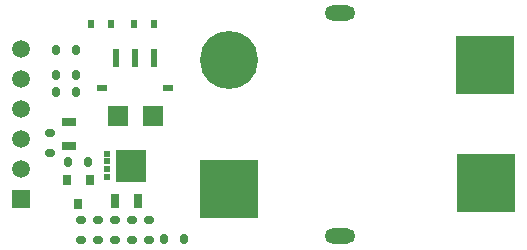
<source format=gbr>
%TF.GenerationSoftware,KiCad,Pcbnew,(6.0.10-0)*%
%TF.CreationDate,2023-02-01T10:43:54-08:00*%
%TF.ProjectId,mosfet_breakout_1.0,6d6f7366-6574-45f6-9272-65616b6f7574,rev?*%
%TF.SameCoordinates,Original*%
%TF.FileFunction,Soldermask,Top*%
%TF.FilePolarity,Negative*%
%FSLAX46Y46*%
G04 Gerber Fmt 4.6, Leading zero omitted, Abs format (unit mm)*
G04 Created by KiCad (PCBNEW (6.0.10-0)) date 2023-02-01 10:43:54*
%MOMM*%
%LPD*%
G01*
G04 APERTURE LIST*
G04 Aperture macros list*
%AMRoundRect*
0 Rectangle with rounded corners*
0 $1 Rounding radius*
0 $2 $3 $4 $5 $6 $7 $8 $9 X,Y pos of 4 corners*
0 Add a 4 corners polygon primitive as box body*
4,1,4,$2,$3,$4,$5,$6,$7,$8,$9,$2,$3,0*
0 Add four circle primitives for the rounded corners*
1,1,$1+$1,$2,$3*
1,1,$1+$1,$4,$5*
1,1,$1+$1,$6,$7*
1,1,$1+$1,$8,$9*
0 Add four rect primitives between the rounded corners*
20,1,$1+$1,$2,$3,$4,$5,0*
20,1,$1+$1,$4,$5,$6,$7,0*
20,1,$1+$1,$6,$7,$8,$9,0*
20,1,$1+$1,$8,$9,$2,$3,0*%
G04 Aperture macros list end*
%ADD10C,0.010000*%
%ADD11R,0.630000X0.500000*%
%ADD12R,0.800000X0.900000*%
%ADD13R,1.500000X1.500000*%
%ADD14C,1.500000*%
%ADD15O,2.600000X1.300000*%
%ADD16R,4.916000X4.916000*%
%ADD17C,4.916000*%
%ADD18RoundRect,0.150000X-0.250000X0.150000X-0.250000X-0.150000X0.250000X-0.150000X0.250000X0.150000X0*%
%ADD19R,1.200000X0.700000*%
%ADD20RoundRect,0.150000X0.250000X-0.150000X0.250000X0.150000X-0.250000X0.150000X-0.250000X-0.150000X0*%
%ADD21R,5.000000X5.000000*%
%ADD22R,0.600000X0.800000*%
%ADD23RoundRect,0.150000X0.150000X0.250000X-0.150000X0.250000X-0.150000X-0.250000X0.150000X-0.250000X0*%
%ADD24RoundRect,0.150000X-0.150000X-0.250000X0.150000X-0.250000X0.150000X0.250000X-0.150000X0.250000X0*%
%ADD25R,0.700000X1.200000*%
%ADD26R,0.500000X1.600000*%
%ADD27R,0.900000X0.600000*%
%ADD28R,1.800000X1.700000*%
G04 APERTURE END LIST*
%TO.C,Q2*%
G36*
X140288500Y-62412000D02*
G01*
X137778500Y-62412000D01*
X137778500Y-59762000D01*
X140288500Y-59762000D01*
X140288500Y-62412000D01*
G37*
D10*
X140288500Y-62412000D02*
X137778500Y-62412000D01*
X137778500Y-59762000D01*
X140288500Y-59762000D01*
X140288500Y-62412000D01*
%TD*%
D11*
%TO.C,Q2*%
X137003500Y-61412000D03*
X137003500Y-60762000D03*
X137003500Y-60112000D03*
X137003500Y-62062000D03*
%TD*%
D12*
%TO.C,Q1*%
X135570000Y-62373000D03*
X133670000Y-62373000D03*
X134620000Y-64373000D03*
%TD*%
D13*
%TO.C,J1*%
X129800000Y-63980000D03*
D14*
X129800000Y-61440000D03*
X129800000Y-58900000D03*
X129800000Y-56360000D03*
X129800000Y-53820000D03*
X129800000Y-51280000D03*
%TD*%
D15*
%TO.C,U1*%
X156792000Y-67108000D03*
X156792000Y-48208000D03*
D16*
X147392000Y-63108000D03*
D17*
X147392000Y-52208000D03*
%TD*%
D18*
%TO.C,R6*%
X139141200Y-65698000D03*
X139141200Y-67398000D03*
%TD*%
D19*
%TO.C,R5*%
X133858000Y-57420000D03*
X133858000Y-59420000D03*
%TD*%
D20*
%TO.C,R7*%
X137718800Y-67398000D03*
X137718800Y-65698000D03*
%TD*%
%TO.C,R10*%
X136271000Y-67398000D03*
X136271000Y-65698000D03*
%TD*%
%TO.C,R3*%
X132207000Y-60032000D03*
X132207000Y-58332000D03*
%TD*%
D21*
%TO.C,TP1*%
X169093200Y-62626400D03*
%TD*%
D22*
%TO.C,C2*%
X135675000Y-49149000D03*
X137375000Y-49149000D03*
%TD*%
D23*
%TO.C,D1*%
X143547200Y-67310000D03*
X141847200Y-67310000D03*
%TD*%
D24*
%TO.C,R4*%
X132754000Y-51308000D03*
X134454000Y-51308000D03*
%TD*%
D23*
%TO.C,D2*%
X134454000Y-53467000D03*
X132754000Y-53467000D03*
%TD*%
D18*
%TO.C,R11*%
X134874000Y-65698000D03*
X134874000Y-67398000D03*
%TD*%
%TO.C,R1*%
X140563600Y-65698000D03*
X140563600Y-67398000D03*
%TD*%
D23*
%TO.C,R8*%
X135470000Y-60833000D03*
X133770000Y-60833000D03*
%TD*%
D25*
%TO.C,R9*%
X137684000Y-64135000D03*
X139684000Y-64135000D03*
%TD*%
D26*
%TO.C,U2*%
X141046000Y-52033000D03*
X139446000Y-52033000D03*
X137846000Y-52033000D03*
D27*
X136646000Y-54533000D03*
D28*
X137946000Y-56883000D03*
X140946000Y-56883000D03*
D27*
X142246000Y-54533000D03*
%TD*%
D21*
%TO.C,TP4*%
X169042400Y-52568000D03*
%TD*%
D23*
%TO.C,R2*%
X134454000Y-54864000D03*
X132754000Y-54864000D03*
%TD*%
D22*
%TO.C,C1*%
X139358000Y-49149000D03*
X141058000Y-49149000D03*
%TD*%
M02*

</source>
